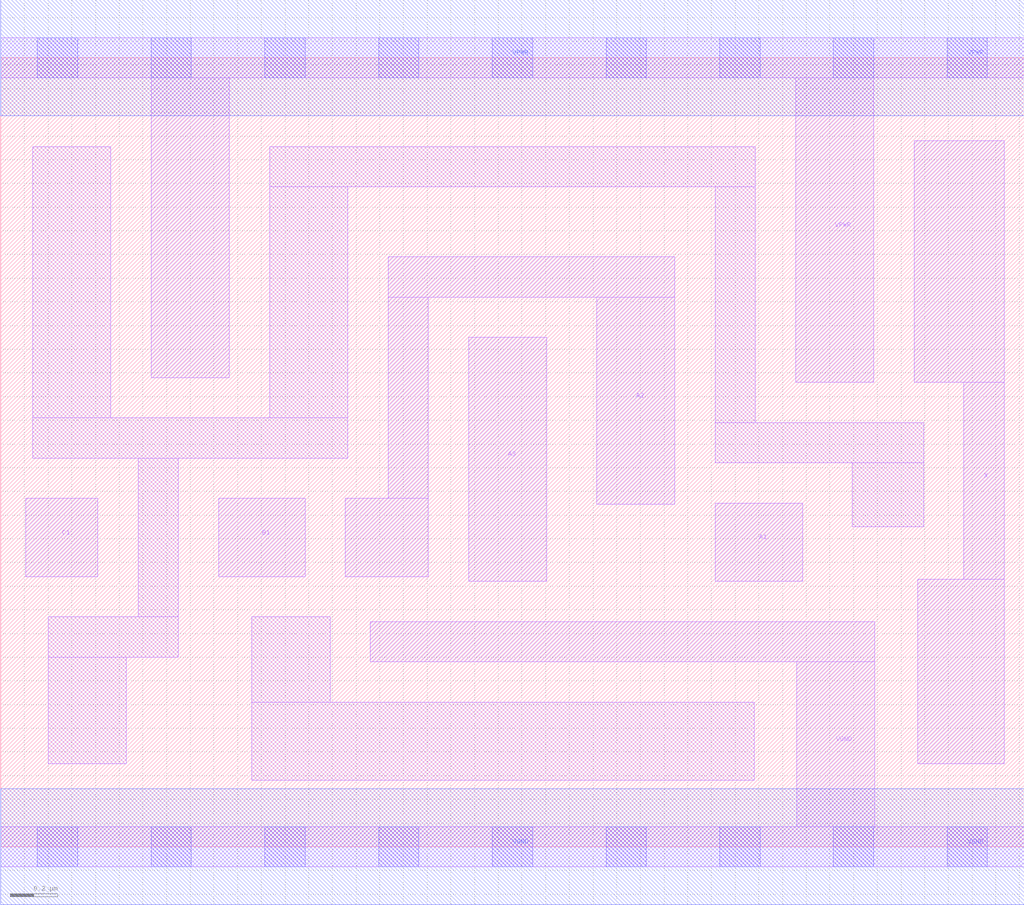
<source format=lef>
# Copyright 2020 The SkyWater PDK Authors
#
# Licensed under the Apache License, Version 2.0 (the "License");
# you may not use this file except in compliance with the License.
# You may obtain a copy of the License at
#
#     https://www.apache.org/licenses/LICENSE-2.0
#
# Unless required by applicable law or agreed to in writing, software
# distributed under the License is distributed on an "AS IS" BASIS,
# WITHOUT WARRANTIES OR CONDITIONS OF ANY KIND, either express or implied.
# See the License for the specific language governing permissions and
# limitations under the License.
#
# SPDX-License-Identifier: Apache-2.0

VERSION 5.7 ;
  NAMESCASESENSITIVE ON ;
  NOWIREEXTENSIONATPIN ON ;
  DIVIDERCHAR "/" ;
  BUSBITCHARS "[]" ;
UNITS
  DATABASE MICRONS 200 ;
END UNITS
MACRO sky130_fd_sc_ms__o311a_1
  CLASS CORE ;
  SOURCE USER ;
  FOREIGN sky130_fd_sc_ms__o311a_1 ;
  ORIGIN  0.000000  0.000000 ;
  SIZE  4.320000 BY  3.330000 ;
  SYMMETRY X Y ;
  SITE unit ;
  PIN A1
    ANTENNAGATEAREA  0.276000 ;
    DIRECTION INPUT ;
    USE SIGNAL ;
    PORT
      LAYER li1 ;
        RECT 3.015000 1.120000 3.385000 1.450000 ;
    END
  END A1
  PIN A2
    ANTENNAGATEAREA  0.276000 ;
    DIRECTION INPUT ;
    USE SIGNAL ;
    PORT
      LAYER li1 ;
        RECT 1.455000 1.140000 1.805000 1.470000 ;
        RECT 1.635000 1.470000 1.805000 2.320000 ;
        RECT 1.635000 2.320000 2.845000 2.490000 ;
        RECT 2.515000 1.445000 2.845000 2.320000 ;
    END
  END A2
  PIN A3
    ANTENNAGATEAREA  0.276000 ;
    DIRECTION INPUT ;
    USE SIGNAL ;
    PORT
      LAYER li1 ;
        RECT 1.975000 1.120000 2.305000 2.150000 ;
    END
  END A3
  PIN B1
    ANTENNAGATEAREA  0.276000 ;
    DIRECTION INPUT ;
    USE SIGNAL ;
    PORT
      LAYER li1 ;
        RECT 0.920000 1.140000 1.285000 1.470000 ;
    END
  END B1
  PIN C1
    ANTENNAGATEAREA  0.276000 ;
    DIRECTION INPUT ;
    USE SIGNAL ;
    PORT
      LAYER li1 ;
        RECT 0.105000 1.140000 0.410000 1.470000 ;
    END
  END C1
  PIN X
    ANTENNADIFFAREA  0.524500 ;
    DIRECTION OUTPUT ;
    USE SIGNAL ;
    PORT
      LAYER li1 ;
        RECT 3.855000 1.960000 4.235000 2.980000 ;
        RECT 3.870000 0.350000 4.235000 1.130000 ;
        RECT 4.065000 1.130000 4.235000 1.960000 ;
    END
  END X
  PIN VGND
    DIRECTION INOUT ;
    USE GROUND ;
    PORT
      LAYER li1 ;
        RECT 0.000000 -0.085000 4.320000 0.085000 ;
        RECT 1.560000  0.780000 3.690000 0.950000 ;
        RECT 3.360000  0.085000 3.690000 0.780000 ;
      LAYER mcon ;
        RECT 0.155000 -0.085000 0.325000 0.085000 ;
        RECT 0.635000 -0.085000 0.805000 0.085000 ;
        RECT 1.115000 -0.085000 1.285000 0.085000 ;
        RECT 1.595000 -0.085000 1.765000 0.085000 ;
        RECT 2.075000 -0.085000 2.245000 0.085000 ;
        RECT 2.555000 -0.085000 2.725000 0.085000 ;
        RECT 3.035000 -0.085000 3.205000 0.085000 ;
        RECT 3.515000 -0.085000 3.685000 0.085000 ;
        RECT 3.995000 -0.085000 4.165000 0.085000 ;
      LAYER met1 ;
        RECT 0.000000 -0.245000 4.320000 0.245000 ;
    END
  END VGND
  PIN VPWR
    DIRECTION INOUT ;
    USE POWER ;
    PORT
      LAYER li1 ;
        RECT 0.000000 3.245000 4.320000 3.415000 ;
        RECT 0.635000 1.980000 0.965000 3.245000 ;
        RECT 3.355000 1.960000 3.685000 3.245000 ;
      LAYER mcon ;
        RECT 0.155000 3.245000 0.325000 3.415000 ;
        RECT 0.635000 3.245000 0.805000 3.415000 ;
        RECT 1.115000 3.245000 1.285000 3.415000 ;
        RECT 1.595000 3.245000 1.765000 3.415000 ;
        RECT 2.075000 3.245000 2.245000 3.415000 ;
        RECT 2.555000 3.245000 2.725000 3.415000 ;
        RECT 3.035000 3.245000 3.205000 3.415000 ;
        RECT 3.515000 3.245000 3.685000 3.415000 ;
        RECT 3.995000 3.245000 4.165000 3.415000 ;
      LAYER met1 ;
        RECT 0.000000 3.085000 4.320000 3.575000 ;
    END
  END VPWR
  OBS
    LAYER li1 ;
      RECT 0.135000 1.640000 1.465000 1.810000 ;
      RECT 0.135000 1.810000 0.465000 2.955000 ;
      RECT 0.200000 0.350000 0.530000 0.800000 ;
      RECT 0.200000 0.800000 0.750000 0.970000 ;
      RECT 0.580000 0.970000 0.750000 1.640000 ;
      RECT 1.060000 0.280000 3.180000 0.610000 ;
      RECT 1.060000 0.610000 1.390000 0.970000 ;
      RECT 1.135000 1.810000 1.465000 2.785000 ;
      RECT 1.135000 2.785000 3.185000 2.955000 ;
      RECT 3.015000 1.620000 3.895000 1.790000 ;
      RECT 3.015000 1.790000 3.185000 2.785000 ;
      RECT 3.595000 1.350000 3.895000 1.620000 ;
  END
END sky130_fd_sc_ms__o311a_1

</source>
